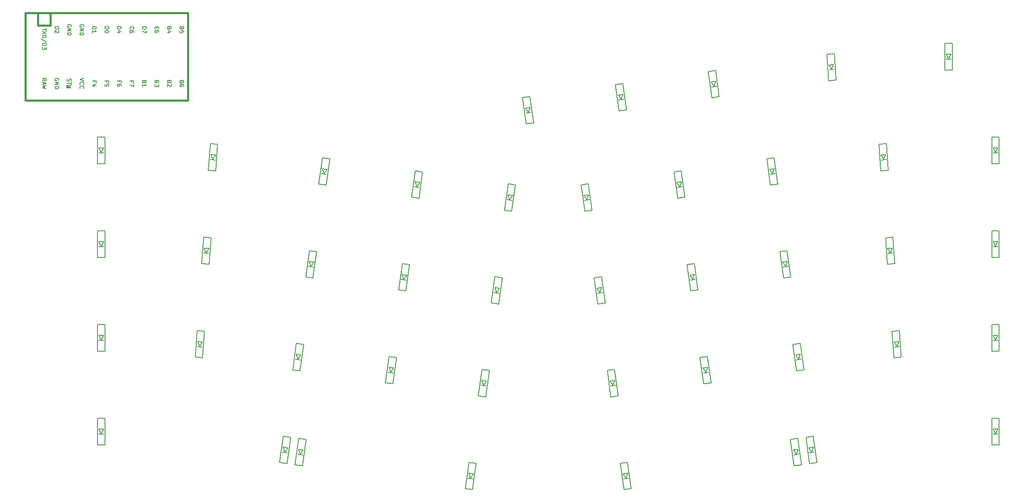
<source format=gbr>
G04 #@! TF.GenerationSoftware,KiCad,Pcbnew,(5.1.4)-1*
G04 #@! TF.CreationDate,2021-09-15T19:14:38-10:00*
G04 #@! TF.ProjectId,oya38split,6f796133-3873-4706-9c69-742e6b696361,rev?*
G04 #@! TF.SameCoordinates,Original*
G04 #@! TF.FileFunction,Legend,Top*
G04 #@! TF.FilePolarity,Positive*
%FSLAX46Y46*%
G04 Gerber Fmt 4.6, Leading zero omitted, Abs format (unit mm)*
G04 Created by KiCad (PCBNEW (5.1.4)-1) date 2021-09-15 19:14:38*
%MOMM*%
%LPD*%
G04 APERTURE LIST*
%ADD10C,0.381000*%
%ADD11C,0.150000*%
G04 APERTURE END LIST*
D10*
X52228750Y-31750000D02*
X52228750Y-29210000D01*
X49688750Y-46990000D02*
X49688750Y-29210000D01*
X49688750Y-29210000D02*
X82708750Y-29210000D01*
X82708750Y-29210000D02*
X82708750Y-46990000D01*
X82708750Y-46990000D02*
X49688750Y-46990000D01*
D11*
G36*
X58117780Y-43944635D02*
G01*
X58217780Y-43944635D01*
X58217780Y-44444635D01*
X58117780Y-44444635D01*
X58117780Y-43944635D01*
G37*
X58117780Y-43944635D02*
X58217780Y-43944635D01*
X58217780Y-44444635D01*
X58117780Y-44444635D01*
X58117780Y-43944635D01*
G36*
X58117780Y-43944635D02*
G01*
X58417780Y-43944635D01*
X58417780Y-44044635D01*
X58117780Y-44044635D01*
X58117780Y-43944635D01*
G37*
X58117780Y-43944635D02*
X58417780Y-43944635D01*
X58417780Y-44044635D01*
X58117780Y-44044635D01*
X58117780Y-43944635D01*
G36*
X58717780Y-43944635D02*
G01*
X58917780Y-43944635D01*
X58917780Y-44044635D01*
X58717780Y-44044635D01*
X58717780Y-43944635D01*
G37*
X58717780Y-43944635D02*
X58917780Y-43944635D01*
X58917780Y-44044635D01*
X58717780Y-44044635D01*
X58717780Y-43944635D01*
G36*
X58117780Y-44344635D02*
G01*
X58917780Y-44344635D01*
X58917780Y-44444635D01*
X58117780Y-44444635D01*
X58117780Y-44344635D01*
G37*
X58117780Y-44344635D02*
X58917780Y-44344635D01*
X58917780Y-44444635D01*
X58117780Y-44444635D01*
X58117780Y-44344635D01*
G36*
X58517780Y-44144635D02*
G01*
X58617780Y-44144635D01*
X58617780Y-44244635D01*
X58517780Y-44244635D01*
X58517780Y-44144635D01*
G37*
X58517780Y-44144635D02*
X58617780Y-44144635D01*
X58617780Y-44244635D01*
X58517780Y-44244635D01*
X58517780Y-44144635D01*
D10*
X52228750Y-31750000D02*
X54768750Y-31750000D01*
X54768750Y-31750000D02*
X54768750Y-29210000D01*
D11*
X238081250Y-40800000D02*
X238081250Y-35400000D01*
X236581250Y-35400000D02*
X236581250Y-40800000D01*
X236581250Y-40800000D02*
X238081250Y-40800000D01*
X236581250Y-35400000D02*
X238081250Y-35400000D01*
X236831250Y-37600000D02*
X237831250Y-37600000D01*
X237831250Y-37600000D02*
X237331250Y-38500000D01*
X237331250Y-38500000D02*
X236831250Y-37600000D01*
X236831250Y-38600000D02*
X237831250Y-38600000D01*
X213074181Y-40774852D02*
X214071745Y-40705096D01*
X213565988Y-40640218D02*
X213004425Y-39777288D01*
X214001989Y-39707532D02*
X213565988Y-40640218D01*
X213004425Y-39777288D02*
X214001989Y-39707532D01*
X212601569Y-37600086D02*
X214097916Y-37495452D01*
X212978254Y-42986932D02*
X214474601Y-42882298D01*
X212601569Y-37600086D02*
X212978254Y-42986932D01*
X214474601Y-42882298D02*
X214097916Y-37495452D01*
X190716572Y-46266533D02*
X189965038Y-40919085D01*
X188479636Y-41127845D02*
X189231170Y-46475293D01*
X189231170Y-46475293D02*
X190716572Y-46266533D01*
X188479636Y-41127845D02*
X189965038Y-40919085D01*
X189033383Y-43271642D02*
X190023651Y-43132468D01*
X190023651Y-43132468D02*
X189653773Y-44093296D01*
X189653773Y-44093296D02*
X189033383Y-43271642D01*
X189172557Y-44261910D02*
X190162825Y-44122736D01*
X171851965Y-48917781D02*
X171100431Y-43570333D01*
X169615029Y-43779093D02*
X170366563Y-49126541D01*
X170366563Y-49126541D02*
X171851965Y-48917781D01*
X169615029Y-43779093D02*
X171100431Y-43570333D01*
X170168776Y-45922890D02*
X171159044Y-45783716D01*
X171159044Y-45783716D02*
X170789166Y-46744544D01*
X170789166Y-46744544D02*
X170168776Y-45922890D01*
X170307950Y-46913158D02*
X171298218Y-46773984D01*
X152987358Y-51569028D02*
X152235824Y-46221580D01*
X150750422Y-46430340D02*
X151501956Y-51777788D01*
X151501956Y-51777788D02*
X152987358Y-51569028D01*
X150750422Y-46430340D02*
X152235824Y-46221580D01*
X151304169Y-48574137D02*
X152294437Y-48434963D01*
X152294437Y-48434963D02*
X151924559Y-49395791D01*
X151924559Y-49395791D02*
X151304169Y-48574137D01*
X151443343Y-49564405D02*
X152433611Y-49425231D01*
X247606250Y-117000000D02*
X247606250Y-111600000D01*
X246106250Y-111600000D02*
X246106250Y-117000000D01*
X246106250Y-117000000D02*
X247606250Y-117000000D01*
X246106250Y-111600000D02*
X247606250Y-111600000D01*
X246356250Y-113800000D02*
X247356250Y-113800000D01*
X247356250Y-113800000D02*
X246856250Y-114700000D01*
X246856250Y-114700000D02*
X246356250Y-113800000D01*
X246356250Y-114800000D02*
X247356250Y-114800000D01*
X210568444Y-120600943D02*
X209816910Y-115253495D01*
X208331508Y-115462255D02*
X209083042Y-120809703D01*
X209083042Y-120809703D02*
X210568444Y-120600943D01*
X208331508Y-115462255D02*
X209816910Y-115253495D01*
X208885255Y-117606052D02*
X209875523Y-117466878D01*
X209875523Y-117466878D02*
X209505645Y-118427706D01*
X209505645Y-118427706D02*
X208885255Y-117606052D01*
X209024429Y-118596320D02*
X210014697Y-118457146D01*
X207424342Y-121042818D02*
X206672808Y-115695370D01*
X205187406Y-115904130D02*
X205938940Y-121251578D01*
X205938940Y-121251578D02*
X207424342Y-121042818D01*
X205187406Y-115904130D02*
X206672808Y-115695370D01*
X205741153Y-118047927D02*
X206731421Y-117908753D01*
X206731421Y-117908753D02*
X206361543Y-118869581D01*
X206361543Y-118869581D02*
X205741153Y-118047927D01*
X205880327Y-119038195D02*
X206870595Y-118899021D01*
X172839229Y-125903439D02*
X172087695Y-120555991D01*
X170602293Y-120764751D02*
X171353827Y-126112199D01*
X171353827Y-126112199D02*
X172839229Y-125903439D01*
X170602293Y-120764751D02*
X172087695Y-120555991D01*
X171156040Y-122908548D02*
X172146308Y-122769374D01*
X172146308Y-122769374D02*
X171776430Y-123730202D01*
X171776430Y-123730202D02*
X171156040Y-122908548D01*
X171295214Y-123898816D02*
X172285482Y-123759642D01*
X140589923Y-126112199D02*
X141341457Y-120764751D01*
X139856055Y-120555991D02*
X139104521Y-125903439D01*
X139104521Y-125903439D02*
X140589923Y-126112199D01*
X139856055Y-120555991D02*
X141341457Y-120764751D01*
X139797442Y-122769374D02*
X140787710Y-122908548D01*
X140787710Y-122908548D02*
X140167320Y-123730202D01*
X140167320Y-123730202D02*
X139797442Y-122769374D01*
X139658268Y-123759642D02*
X140648536Y-123898816D01*
X106004810Y-121251578D02*
X106756344Y-115904130D01*
X105270942Y-115695370D02*
X104519408Y-121042818D01*
X104519408Y-121042818D02*
X106004810Y-121251578D01*
X105270942Y-115695370D02*
X106756344Y-115904130D01*
X105212329Y-117908753D02*
X106202597Y-118047927D01*
X106202597Y-118047927D02*
X105582207Y-118869581D01*
X105582207Y-118869581D02*
X105212329Y-117908753D01*
X105073155Y-118899021D02*
X106063423Y-119038195D01*
X102860708Y-120809703D02*
X103612242Y-115462255D01*
X102126840Y-115253495D02*
X101375306Y-120600943D01*
X101375306Y-120600943D02*
X102860708Y-120809703D01*
X102126840Y-115253495D02*
X103612242Y-115462255D01*
X102068227Y-117466878D02*
X103058495Y-117606052D01*
X103058495Y-117606052D02*
X102438105Y-118427706D01*
X102438105Y-118427706D02*
X102068227Y-117466878D01*
X101929053Y-118457146D02*
X102919321Y-118596320D01*
X65837500Y-117000000D02*
X65837500Y-111600000D01*
X64337500Y-111600000D02*
X64337500Y-117000000D01*
X64337500Y-117000000D02*
X65837500Y-117000000D01*
X64337500Y-111600000D02*
X65837500Y-111600000D01*
X64587500Y-113800000D02*
X65587500Y-113800000D01*
X65587500Y-113800000D02*
X65087500Y-114700000D01*
X65087500Y-114700000D02*
X64587500Y-113800000D01*
X64587500Y-114800000D02*
X65587500Y-114800000D01*
X247606250Y-97950000D02*
X247606250Y-92550000D01*
X246106250Y-92550000D02*
X246106250Y-97950000D01*
X246106250Y-97950000D02*
X247606250Y-97950000D01*
X246106250Y-92550000D02*
X247606250Y-92550000D01*
X246356250Y-94750000D02*
X247356250Y-94750000D01*
X247356250Y-94750000D02*
X246856250Y-95650000D01*
X246856250Y-95650000D02*
X246356250Y-94750000D01*
X246356250Y-95750000D02*
X247356250Y-95750000D01*
X227709712Y-99192143D02*
X227333027Y-93805297D01*
X225836680Y-93909931D02*
X226213365Y-99296777D01*
X226213365Y-99296777D02*
X227709712Y-99192143D01*
X225836680Y-93909931D02*
X227333027Y-93805297D01*
X226239536Y-96087133D02*
X227237100Y-96017377D01*
X227237100Y-96017377D02*
X226801099Y-96950063D01*
X226801099Y-96950063D02*
X226239536Y-96087133D01*
X226309292Y-97084697D02*
X227306856Y-97014941D01*
X207917196Y-101736337D02*
X207165662Y-96388889D01*
X205680260Y-96597649D02*
X206431794Y-101945097D01*
X206431794Y-101945097D02*
X207917196Y-101736337D01*
X205680260Y-96597649D02*
X207165662Y-96388889D01*
X206234007Y-98741446D02*
X207224275Y-98602272D01*
X207224275Y-98602272D02*
X206854397Y-99563100D01*
X206854397Y-99563100D02*
X206234007Y-98741446D01*
X206373181Y-99731714D02*
X207363449Y-99592540D01*
X189052589Y-104387584D02*
X188301055Y-99040136D01*
X186815653Y-99248896D02*
X187567187Y-104596344D01*
X187567187Y-104596344D02*
X189052589Y-104387584D01*
X186815653Y-99248896D02*
X188301055Y-99040136D01*
X187369400Y-101392693D02*
X188359668Y-101253519D01*
X188359668Y-101253519D02*
X187989790Y-102214347D01*
X187989790Y-102214347D02*
X187369400Y-101392693D01*
X187508574Y-102382961D02*
X188498842Y-102243787D01*
X170187983Y-107038831D02*
X169436449Y-101691383D01*
X167951047Y-101900143D02*
X168702581Y-107247591D01*
X168702581Y-107247591D02*
X170187983Y-107038831D01*
X167951047Y-101900143D02*
X169436449Y-101691383D01*
X168504794Y-104043940D02*
X169495062Y-103904766D01*
X169495062Y-103904766D02*
X169125184Y-104865594D01*
X169125184Y-104865594D02*
X168504794Y-104043940D01*
X168643968Y-105034208D02*
X169634236Y-104895034D01*
X142309514Y-104895034D02*
X143299782Y-105034208D01*
X142818566Y-104865594D02*
X142448688Y-103904766D01*
X143438956Y-104043940D02*
X142818566Y-104865594D01*
X142448688Y-103904766D02*
X143438956Y-104043940D01*
X142507301Y-101691383D02*
X143992703Y-101900143D01*
X141755767Y-107038831D02*
X143241169Y-107247591D01*
X142507301Y-101691383D02*
X141755767Y-107038831D01*
X143241169Y-107247591D02*
X143992703Y-101900143D01*
X123444908Y-102243787D02*
X124435176Y-102382961D01*
X123953960Y-102214347D02*
X123584082Y-101253519D01*
X124574350Y-101392693D02*
X123953960Y-102214347D01*
X123584082Y-101253519D02*
X124574350Y-101392693D01*
X123642695Y-99040136D02*
X125128097Y-99248896D01*
X122891161Y-104387584D02*
X124376563Y-104596344D01*
X123642695Y-99040136D02*
X122891161Y-104387584D01*
X124376563Y-104596344D02*
X125128097Y-99248896D01*
X105511956Y-101945097D02*
X106263490Y-96597649D01*
X104778088Y-96388889D02*
X104026554Y-101736337D01*
X104026554Y-101736337D02*
X105511956Y-101945097D01*
X104778088Y-96388889D02*
X106263490Y-96597649D01*
X104719475Y-98602272D02*
X105709743Y-98741446D01*
X105709743Y-98741446D02*
X105089353Y-99563100D01*
X105089353Y-99563100D02*
X104719475Y-98602272D01*
X104580301Y-99592540D02*
X105570569Y-99731714D01*
X85730385Y-99296777D02*
X86107070Y-93909931D01*
X84610723Y-93805297D02*
X84234038Y-99192143D01*
X84234038Y-99192143D02*
X85730385Y-99296777D01*
X84610723Y-93805297D02*
X86107070Y-93909931D01*
X84706650Y-96017377D02*
X85704214Y-96087133D01*
X85704214Y-96087133D02*
X85142651Y-96950063D01*
X85142651Y-96950063D02*
X84706650Y-96017377D01*
X84636894Y-97014941D02*
X85634458Y-97084697D01*
X65837500Y-97950000D02*
X65837500Y-92550000D01*
X64337500Y-92550000D02*
X64337500Y-97950000D01*
X64337500Y-97950000D02*
X65837500Y-97950000D01*
X64337500Y-92550000D02*
X65837500Y-92550000D01*
X64587500Y-94750000D02*
X65587500Y-94750000D01*
X65587500Y-94750000D02*
X65087500Y-95650000D01*
X65087500Y-95650000D02*
X64587500Y-94750000D01*
X64587500Y-95750000D02*
X65587500Y-95750000D01*
X247606250Y-78900000D02*
X247606250Y-73500000D01*
X246106250Y-73500000D02*
X246106250Y-78900000D01*
X246106250Y-78900000D02*
X247606250Y-78900000D01*
X246106250Y-73500000D02*
X247606250Y-73500000D01*
X246356250Y-75700000D02*
X247356250Y-75700000D01*
X247356250Y-75700000D02*
X246856250Y-76600000D01*
X246856250Y-76600000D02*
X246356250Y-75700000D01*
X246356250Y-76700000D02*
X247356250Y-76700000D01*
X226380851Y-80188548D02*
X226004166Y-74801702D01*
X224507819Y-74906336D02*
X224884504Y-80293182D01*
X224884504Y-80293182D02*
X226380851Y-80188548D01*
X224507819Y-74906336D02*
X226004166Y-74801702D01*
X224910675Y-77083538D02*
X225908239Y-77013782D01*
X225908239Y-77013782D02*
X225472238Y-77946468D01*
X225472238Y-77946468D02*
X224910675Y-77083538D01*
X224980431Y-78081102D02*
X225977995Y-78011346D01*
X205265948Y-82871730D02*
X204514414Y-77524282D01*
X203029012Y-77733042D02*
X203780546Y-83080490D01*
X203780546Y-83080490D02*
X205265948Y-82871730D01*
X203029012Y-77733042D02*
X204514414Y-77524282D01*
X203582759Y-79876839D02*
X204573027Y-79737665D01*
X204573027Y-79737665D02*
X204203149Y-80698493D01*
X204203149Y-80698493D02*
X203582759Y-79876839D01*
X203721933Y-80867107D02*
X204712201Y-80727933D01*
X186401341Y-85522977D02*
X185649807Y-80175529D01*
X184164405Y-80384289D02*
X184915939Y-85731737D01*
X184915939Y-85731737D02*
X186401341Y-85522977D01*
X184164405Y-80384289D02*
X185649807Y-80175529D01*
X184718152Y-82528086D02*
X185708420Y-82388912D01*
X185708420Y-82388912D02*
X185338542Y-83349740D01*
X185338542Y-83349740D02*
X184718152Y-82528086D01*
X184857326Y-83518354D02*
X185847594Y-83379180D01*
X167536735Y-88174224D02*
X166785201Y-82826776D01*
X165299799Y-83035536D02*
X166051333Y-88382984D01*
X166051333Y-88382984D02*
X167536735Y-88174224D01*
X165299799Y-83035536D02*
X166785201Y-82826776D01*
X165853546Y-85179333D02*
X166843814Y-85040159D01*
X166843814Y-85040159D02*
X166473936Y-86000987D01*
X166473936Y-86000987D02*
X165853546Y-85179333D01*
X165992720Y-86169601D02*
X166982988Y-86030427D01*
X145892417Y-88382984D02*
X146643951Y-83035536D01*
X145158549Y-82826776D02*
X144407015Y-88174224D01*
X144407015Y-88174224D02*
X145892417Y-88382984D01*
X145158549Y-82826776D02*
X146643951Y-83035536D01*
X145099936Y-85040159D02*
X146090204Y-85179333D01*
X146090204Y-85179333D02*
X145469814Y-86000987D01*
X145469814Y-86000987D02*
X145099936Y-85040159D01*
X144960762Y-86030427D02*
X145951030Y-86169601D01*
X127027811Y-85731737D02*
X127779345Y-80384289D01*
X126293943Y-80175529D02*
X125542409Y-85522977D01*
X125542409Y-85522977D02*
X127027811Y-85731737D01*
X126293943Y-80175529D02*
X127779345Y-80384289D01*
X126235330Y-82388912D02*
X127225598Y-82528086D01*
X127225598Y-82528086D02*
X126605208Y-83349740D01*
X126605208Y-83349740D02*
X126235330Y-82388912D01*
X126096156Y-83379180D02*
X127086424Y-83518354D01*
X108163204Y-83080490D02*
X108914738Y-77733042D01*
X107429336Y-77524282D02*
X106677802Y-82871730D01*
X106677802Y-82871730D02*
X108163204Y-83080490D01*
X107429336Y-77524282D02*
X108914738Y-77733042D01*
X107370723Y-79737665D02*
X108360991Y-79876839D01*
X108360991Y-79876839D02*
X107740601Y-80698493D01*
X107740601Y-80698493D02*
X107370723Y-79737665D01*
X107231549Y-80727933D02*
X108221817Y-80867107D01*
X87059246Y-80293182D02*
X87435931Y-74906336D01*
X85939584Y-74801702D02*
X85562899Y-80188548D01*
X85562899Y-80188548D02*
X87059246Y-80293182D01*
X85939584Y-74801702D02*
X87435931Y-74906336D01*
X86035511Y-77013782D02*
X87033075Y-77083538D01*
X87033075Y-77083538D02*
X86471512Y-77946468D01*
X86471512Y-77946468D02*
X86035511Y-77013782D01*
X85965755Y-78011346D02*
X86963319Y-78081102D01*
X65837500Y-78900000D02*
X65837500Y-73500000D01*
X64337500Y-73500000D02*
X64337500Y-78900000D01*
X64337500Y-78900000D02*
X65837500Y-78900000D01*
X64337500Y-73500000D02*
X65837500Y-73500000D01*
X64587500Y-75700000D02*
X65587500Y-75700000D01*
X65587500Y-75700000D02*
X65087500Y-76600000D01*
X65087500Y-76600000D02*
X64587500Y-75700000D01*
X64587500Y-76700000D02*
X65587500Y-76700000D01*
X247606250Y-59850000D02*
X247606250Y-54450000D01*
X246106250Y-54450000D02*
X246106250Y-59850000D01*
X246106250Y-59850000D02*
X247606250Y-59850000D01*
X246106250Y-54450000D02*
X247606250Y-54450000D01*
X246356250Y-56650000D02*
X247356250Y-56650000D01*
X247356250Y-56650000D02*
X246856250Y-57550000D01*
X246856250Y-57550000D02*
X246356250Y-56650000D01*
X246356250Y-57650000D02*
X247356250Y-57650000D01*
X225051991Y-61184953D02*
X224675306Y-55798107D01*
X223178959Y-55902741D02*
X223555644Y-61289587D01*
X223555644Y-61289587D02*
X225051991Y-61184953D01*
X223178959Y-55902741D02*
X224675306Y-55798107D01*
X223581815Y-58079943D02*
X224579379Y-58010187D01*
X224579379Y-58010187D02*
X224143378Y-58942873D01*
X224143378Y-58942873D02*
X223581815Y-58079943D01*
X223651571Y-59077507D02*
X224649135Y-59007751D01*
X202614700Y-64007122D02*
X201863166Y-58659674D01*
X200377764Y-58868434D02*
X201129298Y-64215882D01*
X201129298Y-64215882D02*
X202614700Y-64007122D01*
X200377764Y-58868434D02*
X201863166Y-58659674D01*
X200931511Y-61012231D02*
X201921779Y-60873057D01*
X201921779Y-60873057D02*
X201551901Y-61833885D01*
X201551901Y-61833885D02*
X200931511Y-61012231D01*
X201070685Y-62002499D02*
X202060953Y-61863325D01*
X183750094Y-66658370D02*
X182998560Y-61310922D01*
X181513158Y-61519682D02*
X182264692Y-66867130D01*
X182264692Y-66867130D02*
X183750094Y-66658370D01*
X181513158Y-61519682D02*
X182998560Y-61310922D01*
X182066905Y-63663479D02*
X183057173Y-63524305D01*
X183057173Y-63524305D02*
X182687295Y-64485133D01*
X182687295Y-64485133D02*
X182066905Y-63663479D01*
X182206079Y-64653747D02*
X183196347Y-64514573D01*
X164885487Y-69309618D02*
X164133953Y-63962170D01*
X162648551Y-64170930D02*
X163400085Y-69518378D01*
X163400085Y-69518378D02*
X164885487Y-69309618D01*
X162648551Y-64170930D02*
X164133953Y-63962170D01*
X163202298Y-66314727D02*
X164192566Y-66175553D01*
X164192566Y-66175553D02*
X163822688Y-67136381D01*
X163822688Y-67136381D02*
X163202298Y-66314727D01*
X163341472Y-67304995D02*
X164331740Y-67165821D01*
X148543665Y-69518378D02*
X149295199Y-64170930D01*
X147809797Y-63962170D02*
X147058263Y-69309618D01*
X147058263Y-69309618D02*
X148543665Y-69518378D01*
X147809797Y-63962170D02*
X149295199Y-64170930D01*
X147751184Y-66175553D02*
X148741452Y-66314727D01*
X148741452Y-66314727D02*
X148121062Y-67136381D01*
X148121062Y-67136381D02*
X147751184Y-66175553D01*
X147612010Y-67165821D02*
X148602278Y-67304995D01*
X129679058Y-66867130D02*
X130430592Y-61519682D01*
X128945190Y-61310922D02*
X128193656Y-66658370D01*
X128193656Y-66658370D02*
X129679058Y-66867130D01*
X128945190Y-61310922D02*
X130430592Y-61519682D01*
X128886577Y-63524305D02*
X129876845Y-63663479D01*
X129876845Y-63663479D02*
X129256455Y-64485133D01*
X129256455Y-64485133D02*
X128886577Y-63524305D01*
X128747403Y-64514573D02*
X129737671Y-64653747D01*
X110814452Y-64215882D02*
X111565986Y-58868434D01*
X110080584Y-58659674D02*
X109329050Y-64007122D01*
X109329050Y-64007122D02*
X110814452Y-64215882D01*
X110080584Y-58659674D02*
X111565986Y-58868434D01*
X110021971Y-60873057D02*
X111012239Y-61012231D01*
X111012239Y-61012231D02*
X110391849Y-61833885D01*
X110391849Y-61833885D02*
X110021971Y-60873057D01*
X109882797Y-61863325D02*
X110873065Y-62002499D01*
X87294615Y-59007751D02*
X88292179Y-59077507D01*
X87800372Y-58942873D02*
X87364371Y-58010187D01*
X88361935Y-58079943D02*
X87800372Y-58942873D01*
X87364371Y-58010187D02*
X88361935Y-58079943D01*
X87268444Y-55798107D02*
X88764791Y-55902741D01*
X86891759Y-61184953D02*
X88388106Y-61289587D01*
X87268444Y-55798107D02*
X86891759Y-61184953D01*
X88388106Y-61289587D02*
X88764791Y-55902741D01*
X64587500Y-57650000D02*
X65587500Y-57650000D01*
X65087500Y-57550000D02*
X64587500Y-56650000D01*
X65587500Y-56650000D02*
X65087500Y-57550000D01*
X64587500Y-56650000D02*
X65587500Y-56650000D01*
X64337500Y-54450000D02*
X65837500Y-54450000D01*
X64337500Y-59850000D02*
X65837500Y-59850000D01*
X64337500Y-54450000D02*
X64337500Y-59850000D01*
X65837500Y-59850000D02*
X65837500Y-54450000D01*
X58234940Y-42606666D02*
X58196845Y-42720952D01*
X58196845Y-42911428D01*
X58234940Y-42987619D01*
X58273035Y-43025714D01*
X58349226Y-43063809D01*
X58425416Y-43063809D01*
X58501607Y-43025714D01*
X58539702Y-42987619D01*
X58577797Y-42911428D01*
X58615892Y-42759047D01*
X58653988Y-42682857D01*
X58692083Y-42644761D01*
X58768273Y-42606666D01*
X58844464Y-42606666D01*
X58920654Y-42644761D01*
X58958750Y-42682857D01*
X58996845Y-42759047D01*
X58996845Y-42949523D01*
X58958750Y-43063809D01*
X58996845Y-43292380D02*
X58996845Y-43749523D01*
X58196845Y-43520952D02*
X58996845Y-43520952D01*
X53936845Y-32337651D02*
X53936845Y-32794794D01*
X53136845Y-32566223D02*
X53936845Y-32566223D01*
X53936845Y-32985270D02*
X53136845Y-33518604D01*
X53936845Y-33518604D02*
X53136845Y-32985270D01*
X53936845Y-33975747D02*
X53936845Y-34051937D01*
X53898750Y-34128128D01*
X53860654Y-34166223D01*
X53784464Y-34204318D01*
X53632083Y-34242413D01*
X53441607Y-34242413D01*
X53289226Y-34204318D01*
X53213035Y-34166223D01*
X53174940Y-34128128D01*
X53136845Y-34051937D01*
X53136845Y-33975747D01*
X53174940Y-33899556D01*
X53213035Y-33861461D01*
X53289226Y-33823366D01*
X53441607Y-33785270D01*
X53632083Y-33785270D01*
X53784464Y-33823366D01*
X53860654Y-33861461D01*
X53898750Y-33899556D01*
X53936845Y-33975747D01*
X53974940Y-35156699D02*
X52946369Y-34470985D01*
X53136845Y-35423366D02*
X53936845Y-35423366D01*
X53936845Y-35613842D01*
X53898750Y-35728128D01*
X53822559Y-35804318D01*
X53746369Y-35842413D01*
X53593988Y-35880508D01*
X53479702Y-35880508D01*
X53327321Y-35842413D01*
X53251130Y-35804318D01*
X53174940Y-35728128D01*
X53136845Y-35613842D01*
X53136845Y-35423366D01*
X53936845Y-36147175D02*
X53936845Y-36642413D01*
X53632083Y-36375747D01*
X53632083Y-36490032D01*
X53593988Y-36566223D01*
X53555892Y-36604318D01*
X53479702Y-36642413D01*
X53289226Y-36642413D01*
X53213035Y-36604318D01*
X53174940Y-36566223D01*
X53136845Y-36490032D01*
X53136845Y-36261461D01*
X53174940Y-36185270D01*
X53213035Y-36147175D01*
X78955892Y-43237190D02*
X78917797Y-43351476D01*
X78879702Y-43389571D01*
X78803511Y-43427666D01*
X78689226Y-43427666D01*
X78613035Y-43389571D01*
X78574940Y-43351476D01*
X78536845Y-43275285D01*
X78536845Y-42970523D01*
X79336845Y-42970523D01*
X79336845Y-43237190D01*
X79298750Y-43313380D01*
X79260654Y-43351476D01*
X79184464Y-43389571D01*
X79108273Y-43389571D01*
X79032083Y-43351476D01*
X78993988Y-43313380D01*
X78955892Y-43237190D01*
X78955892Y-42970523D01*
X79260654Y-43732428D02*
X79298750Y-43770523D01*
X79336845Y-43846714D01*
X79336845Y-44037190D01*
X79298750Y-44113380D01*
X79260654Y-44151476D01*
X79184464Y-44189571D01*
X79108273Y-44189571D01*
X78993988Y-44151476D01*
X78536845Y-43694333D01*
X78536845Y-44189571D01*
X71335892Y-43294333D02*
X71335892Y-43027666D01*
X70916845Y-43027666D02*
X71716845Y-43027666D01*
X71716845Y-43408619D01*
X71716845Y-43637190D02*
X71716845Y-44170523D01*
X70916845Y-43827666D01*
X68795892Y-43294333D02*
X68795892Y-43027666D01*
X68376845Y-43027666D02*
X69176845Y-43027666D01*
X69176845Y-43408619D01*
X69176845Y-44056238D02*
X69176845Y-43903857D01*
X69138750Y-43827666D01*
X69100654Y-43789571D01*
X68986369Y-43713380D01*
X68833988Y-43675285D01*
X68529226Y-43675285D01*
X68453035Y-43713380D01*
X68414940Y-43751476D01*
X68376845Y-43827666D01*
X68376845Y-43980047D01*
X68414940Y-44056238D01*
X68453035Y-44094333D01*
X68529226Y-44132428D01*
X68719702Y-44132428D01*
X68795892Y-44094333D01*
X68833988Y-44056238D01*
X68872083Y-43980047D01*
X68872083Y-43827666D01*
X68833988Y-43751476D01*
X68795892Y-43713380D01*
X68719702Y-43675285D01*
X66255892Y-43294333D02*
X66255892Y-43027666D01*
X65836845Y-43027666D02*
X66636845Y-43027666D01*
X66636845Y-43408619D01*
X66636845Y-44094333D02*
X66636845Y-43713380D01*
X66255892Y-43675285D01*
X66293988Y-43713380D01*
X66332083Y-43789571D01*
X66332083Y-43980047D01*
X66293988Y-44056238D01*
X66255892Y-44094333D01*
X66179702Y-44132428D01*
X65989226Y-44132428D01*
X65913035Y-44094333D01*
X65874940Y-44056238D01*
X65836845Y-43980047D01*
X65836845Y-43789571D01*
X65874940Y-43713380D01*
X65913035Y-43675285D01*
X53136845Y-43008619D02*
X53517797Y-42741952D01*
X53136845Y-42551476D02*
X53936845Y-42551476D01*
X53936845Y-42856238D01*
X53898750Y-42932428D01*
X53860654Y-42970523D01*
X53784464Y-43008619D01*
X53670178Y-43008619D01*
X53593988Y-42970523D01*
X53555892Y-42932428D01*
X53517797Y-42856238D01*
X53517797Y-42551476D01*
X53365416Y-43313380D02*
X53365416Y-43694333D01*
X53136845Y-43237190D02*
X53936845Y-43503857D01*
X53136845Y-43770523D01*
X53936845Y-43961000D02*
X53136845Y-44151476D01*
X53708273Y-44303857D01*
X53136845Y-44456238D01*
X53936845Y-44646714D01*
X56438750Y-42951476D02*
X56476845Y-42875285D01*
X56476845Y-42761000D01*
X56438750Y-42646714D01*
X56362559Y-42570523D01*
X56286369Y-42532428D01*
X56133988Y-42494333D01*
X56019702Y-42494333D01*
X55867321Y-42532428D01*
X55791130Y-42570523D01*
X55714940Y-42646714D01*
X55676845Y-42761000D01*
X55676845Y-42837190D01*
X55714940Y-42951476D01*
X55753035Y-42989571D01*
X56019702Y-42989571D01*
X56019702Y-42837190D01*
X55676845Y-43332428D02*
X56476845Y-43332428D01*
X55676845Y-43789571D01*
X56476845Y-43789571D01*
X55676845Y-44170523D02*
X56476845Y-44170523D01*
X56476845Y-44361000D01*
X56438750Y-44475285D01*
X56362559Y-44551476D01*
X56286369Y-44589571D01*
X56133988Y-44627666D01*
X56019702Y-44627666D01*
X55867321Y-44589571D01*
X55791130Y-44551476D01*
X55714940Y-44475285D01*
X55676845Y-44361000D01*
X55676845Y-44170523D01*
X61556845Y-42494333D02*
X60756845Y-42761000D01*
X61556845Y-43027666D01*
X60833035Y-43751476D02*
X60794940Y-43713380D01*
X60756845Y-43599095D01*
X60756845Y-43522904D01*
X60794940Y-43408619D01*
X60871130Y-43332428D01*
X60947321Y-43294333D01*
X61099702Y-43256238D01*
X61213988Y-43256238D01*
X61366369Y-43294333D01*
X61442559Y-43332428D01*
X61518750Y-43408619D01*
X61556845Y-43522904D01*
X61556845Y-43599095D01*
X61518750Y-43713380D01*
X61480654Y-43751476D01*
X60833035Y-44551476D02*
X60794940Y-44513380D01*
X60756845Y-44399095D01*
X60756845Y-44322904D01*
X60794940Y-44208619D01*
X60871130Y-44132428D01*
X60947321Y-44094333D01*
X61099702Y-44056238D01*
X61213988Y-44056238D01*
X61366369Y-44094333D01*
X61442559Y-44132428D01*
X61518750Y-44208619D01*
X61556845Y-44322904D01*
X61556845Y-44399095D01*
X61518750Y-44513380D01*
X61480654Y-44551476D01*
X63715892Y-43294333D02*
X63715892Y-43027666D01*
X63296845Y-43027666D02*
X64096845Y-43027666D01*
X64096845Y-43408619D01*
X63830178Y-44056238D02*
X63296845Y-44056238D01*
X64134940Y-43865761D02*
X63563511Y-43675285D01*
X63563511Y-44170523D01*
X73875892Y-43237190D02*
X73837797Y-43351476D01*
X73799702Y-43389571D01*
X73723511Y-43427666D01*
X73609226Y-43427666D01*
X73533035Y-43389571D01*
X73494940Y-43351476D01*
X73456845Y-43275285D01*
X73456845Y-42970523D01*
X74256845Y-42970523D01*
X74256845Y-43237190D01*
X74218750Y-43313380D01*
X74180654Y-43351476D01*
X74104464Y-43389571D01*
X74028273Y-43389571D01*
X73952083Y-43351476D01*
X73913988Y-43313380D01*
X73875892Y-43237190D01*
X73875892Y-42970523D01*
X73456845Y-44189571D02*
X73456845Y-43732428D01*
X73456845Y-43961000D02*
X74256845Y-43961000D01*
X74142559Y-43884809D01*
X74066369Y-43808619D01*
X74028273Y-43732428D01*
X76415892Y-43237190D02*
X76377797Y-43351476D01*
X76339702Y-43389571D01*
X76263511Y-43427666D01*
X76149226Y-43427666D01*
X76073035Y-43389571D01*
X76034940Y-43351476D01*
X75996845Y-43275285D01*
X75996845Y-42970523D01*
X76796845Y-42970523D01*
X76796845Y-43237190D01*
X76758750Y-43313380D01*
X76720654Y-43351476D01*
X76644464Y-43389571D01*
X76568273Y-43389571D01*
X76492083Y-43351476D01*
X76453988Y-43313380D01*
X76415892Y-43237190D01*
X76415892Y-42970523D01*
X76796845Y-43694333D02*
X76796845Y-44189571D01*
X76492083Y-43922904D01*
X76492083Y-44037190D01*
X76453988Y-44113380D01*
X76415892Y-44151476D01*
X76339702Y-44189571D01*
X76149226Y-44189571D01*
X76073035Y-44151476D01*
X76034940Y-44113380D01*
X75996845Y-44037190D01*
X75996845Y-43808619D01*
X76034940Y-43732428D01*
X76073035Y-43694333D01*
X81495892Y-43237190D02*
X81457797Y-43351476D01*
X81419702Y-43389571D01*
X81343511Y-43427666D01*
X81229226Y-43427666D01*
X81153035Y-43389571D01*
X81114940Y-43351476D01*
X81076845Y-43275285D01*
X81076845Y-42970523D01*
X81876845Y-42970523D01*
X81876845Y-43237190D01*
X81838750Y-43313380D01*
X81800654Y-43351476D01*
X81724464Y-43389571D01*
X81648273Y-43389571D01*
X81572083Y-43351476D01*
X81533988Y-43313380D01*
X81495892Y-43237190D01*
X81495892Y-42970523D01*
X81876845Y-44113380D02*
X81876845Y-43961000D01*
X81838750Y-43884809D01*
X81800654Y-43846714D01*
X81686369Y-43770523D01*
X81533988Y-43732428D01*
X81229226Y-43732428D01*
X81153035Y-43770523D01*
X81114940Y-43808619D01*
X81076845Y-43884809D01*
X81076845Y-44037190D01*
X81114940Y-44113380D01*
X81153035Y-44151476D01*
X81229226Y-44189571D01*
X81419702Y-44189571D01*
X81495892Y-44151476D01*
X81533988Y-44113380D01*
X81572083Y-44037190D01*
X81572083Y-43884809D01*
X81533988Y-43808619D01*
X81495892Y-43770523D01*
X81419702Y-43732428D01*
X81495892Y-32315190D02*
X81457797Y-32429476D01*
X81419702Y-32467571D01*
X81343511Y-32505666D01*
X81229226Y-32505666D01*
X81153035Y-32467571D01*
X81114940Y-32429476D01*
X81076845Y-32353285D01*
X81076845Y-32048523D01*
X81876845Y-32048523D01*
X81876845Y-32315190D01*
X81838750Y-32391380D01*
X81800654Y-32429476D01*
X81724464Y-32467571D01*
X81648273Y-32467571D01*
X81572083Y-32429476D01*
X81533988Y-32391380D01*
X81495892Y-32315190D01*
X81495892Y-32048523D01*
X81876845Y-33229476D02*
X81876845Y-32848523D01*
X81495892Y-32810428D01*
X81533988Y-32848523D01*
X81572083Y-32924714D01*
X81572083Y-33115190D01*
X81533988Y-33191380D01*
X81495892Y-33229476D01*
X81419702Y-33267571D01*
X81229226Y-33267571D01*
X81153035Y-33229476D01*
X81114940Y-33191380D01*
X81076845Y-33115190D01*
X81076845Y-32924714D01*
X81114940Y-32848523D01*
X81153035Y-32810428D01*
X78955892Y-32315190D02*
X78917797Y-32429476D01*
X78879702Y-32467571D01*
X78803511Y-32505666D01*
X78689226Y-32505666D01*
X78613035Y-32467571D01*
X78574940Y-32429476D01*
X78536845Y-32353285D01*
X78536845Y-32048523D01*
X79336845Y-32048523D01*
X79336845Y-32315190D01*
X79298750Y-32391380D01*
X79260654Y-32429476D01*
X79184464Y-32467571D01*
X79108273Y-32467571D01*
X79032083Y-32429476D01*
X78993988Y-32391380D01*
X78955892Y-32315190D01*
X78955892Y-32048523D01*
X79070178Y-33191380D02*
X78536845Y-33191380D01*
X79374940Y-33000904D02*
X78803511Y-32810428D01*
X78803511Y-33305666D01*
X76415892Y-32086619D02*
X76415892Y-32353285D01*
X75996845Y-32467571D02*
X75996845Y-32086619D01*
X76796845Y-32086619D01*
X76796845Y-32467571D01*
X76796845Y-33153285D02*
X76796845Y-33000904D01*
X76758750Y-32924714D01*
X76720654Y-32886619D01*
X76606369Y-32810428D01*
X76453988Y-32772333D01*
X76149226Y-32772333D01*
X76073035Y-32810428D01*
X76034940Y-32848523D01*
X75996845Y-32924714D01*
X75996845Y-33077095D01*
X76034940Y-33153285D01*
X76073035Y-33191380D01*
X76149226Y-33229476D01*
X76339702Y-33229476D01*
X76415892Y-33191380D01*
X76453988Y-33153285D01*
X76492083Y-33077095D01*
X76492083Y-32924714D01*
X76453988Y-32848523D01*
X76415892Y-32810428D01*
X76339702Y-32772333D01*
X73456845Y-32048523D02*
X74256845Y-32048523D01*
X74256845Y-32239000D01*
X74218750Y-32353285D01*
X74142559Y-32429476D01*
X74066369Y-32467571D01*
X73913988Y-32505666D01*
X73799702Y-32505666D01*
X73647321Y-32467571D01*
X73571130Y-32429476D01*
X73494940Y-32353285D01*
X73456845Y-32239000D01*
X73456845Y-32048523D01*
X74256845Y-32772333D02*
X74256845Y-33305666D01*
X73456845Y-32962809D01*
X70993035Y-32505666D02*
X70954940Y-32467571D01*
X70916845Y-32353285D01*
X70916845Y-32277095D01*
X70954940Y-32162809D01*
X71031130Y-32086619D01*
X71107321Y-32048523D01*
X71259702Y-32010428D01*
X71373988Y-32010428D01*
X71526369Y-32048523D01*
X71602559Y-32086619D01*
X71678750Y-32162809D01*
X71716845Y-32277095D01*
X71716845Y-32353285D01*
X71678750Y-32467571D01*
X71640654Y-32505666D01*
X71716845Y-33191380D02*
X71716845Y-33039000D01*
X71678750Y-32962809D01*
X71640654Y-32924714D01*
X71526369Y-32848523D01*
X71373988Y-32810428D01*
X71069226Y-32810428D01*
X70993035Y-32848523D01*
X70954940Y-32886619D01*
X70916845Y-32962809D01*
X70916845Y-33115190D01*
X70954940Y-33191380D01*
X70993035Y-33229476D01*
X71069226Y-33267571D01*
X71259702Y-33267571D01*
X71335892Y-33229476D01*
X71373988Y-33191380D01*
X71412083Y-33115190D01*
X71412083Y-32962809D01*
X71373988Y-32886619D01*
X71335892Y-32848523D01*
X71259702Y-32810428D01*
X68376845Y-32048523D02*
X69176845Y-32048523D01*
X69176845Y-32239000D01*
X69138750Y-32353285D01*
X69062559Y-32429476D01*
X68986369Y-32467571D01*
X68833988Y-32505666D01*
X68719702Y-32505666D01*
X68567321Y-32467571D01*
X68491130Y-32429476D01*
X68414940Y-32353285D01*
X68376845Y-32239000D01*
X68376845Y-32048523D01*
X68910178Y-33191380D02*
X68376845Y-33191380D01*
X69214940Y-33000904D02*
X68643511Y-32810428D01*
X68643511Y-33305666D01*
X58978750Y-32029476D02*
X59016845Y-31953285D01*
X59016845Y-31839000D01*
X58978750Y-31724714D01*
X58902559Y-31648523D01*
X58826369Y-31610428D01*
X58673988Y-31572333D01*
X58559702Y-31572333D01*
X58407321Y-31610428D01*
X58331130Y-31648523D01*
X58254940Y-31724714D01*
X58216845Y-31839000D01*
X58216845Y-31915190D01*
X58254940Y-32029476D01*
X58293035Y-32067571D01*
X58559702Y-32067571D01*
X58559702Y-31915190D01*
X58216845Y-32410428D02*
X59016845Y-32410428D01*
X58216845Y-32867571D01*
X59016845Y-32867571D01*
X58216845Y-33248523D02*
X59016845Y-33248523D01*
X59016845Y-33439000D01*
X58978750Y-33553285D01*
X58902559Y-33629476D01*
X58826369Y-33667571D01*
X58673988Y-33705666D01*
X58559702Y-33705666D01*
X58407321Y-33667571D01*
X58331130Y-33629476D01*
X58254940Y-33553285D01*
X58216845Y-33439000D01*
X58216845Y-33248523D01*
X61518750Y-32029476D02*
X61556845Y-31953285D01*
X61556845Y-31839000D01*
X61518750Y-31724714D01*
X61442559Y-31648523D01*
X61366369Y-31610428D01*
X61213988Y-31572333D01*
X61099702Y-31572333D01*
X60947321Y-31610428D01*
X60871130Y-31648523D01*
X60794940Y-31724714D01*
X60756845Y-31839000D01*
X60756845Y-31915190D01*
X60794940Y-32029476D01*
X60833035Y-32067571D01*
X61099702Y-32067571D01*
X61099702Y-31915190D01*
X60756845Y-32410428D02*
X61556845Y-32410428D01*
X60756845Y-32867571D01*
X61556845Y-32867571D01*
X60756845Y-33248523D02*
X61556845Y-33248523D01*
X61556845Y-33439000D01*
X61518750Y-33553285D01*
X61442559Y-33629476D01*
X61366369Y-33667571D01*
X61213988Y-33705666D01*
X61099702Y-33705666D01*
X60947321Y-33667571D01*
X60871130Y-33629476D01*
X60794940Y-33553285D01*
X60756845Y-33439000D01*
X60756845Y-33248523D01*
X63296845Y-32048523D02*
X64096845Y-32048523D01*
X64096845Y-32239000D01*
X64058750Y-32353285D01*
X63982559Y-32429476D01*
X63906369Y-32467571D01*
X63753988Y-32505666D01*
X63639702Y-32505666D01*
X63487321Y-32467571D01*
X63411130Y-32429476D01*
X63334940Y-32353285D01*
X63296845Y-32239000D01*
X63296845Y-32048523D01*
X63296845Y-33267571D02*
X63296845Y-32810428D01*
X63296845Y-33039000D02*
X64096845Y-33039000D01*
X63982559Y-32962809D01*
X63906369Y-32886619D01*
X63868273Y-32810428D01*
X65836845Y-32048523D02*
X66636845Y-32048523D01*
X66636845Y-32239000D01*
X66598750Y-32353285D01*
X66522559Y-32429476D01*
X66446369Y-32467571D01*
X66293988Y-32505666D01*
X66179702Y-32505666D01*
X66027321Y-32467571D01*
X65951130Y-32429476D01*
X65874940Y-32353285D01*
X65836845Y-32239000D01*
X65836845Y-32048523D01*
X66636845Y-33000904D02*
X66636845Y-33077095D01*
X66598750Y-33153285D01*
X66560654Y-33191380D01*
X66484464Y-33229476D01*
X66332083Y-33267571D01*
X66141607Y-33267571D01*
X65989226Y-33229476D01*
X65913035Y-33191380D01*
X65874940Y-33153285D01*
X65836845Y-33077095D01*
X65836845Y-33000904D01*
X65874940Y-32924714D01*
X65913035Y-32886619D01*
X65989226Y-32848523D01*
X66141607Y-32810428D01*
X66332083Y-32810428D01*
X66484464Y-32848523D01*
X66560654Y-32886619D01*
X66598750Y-32924714D01*
X66636845Y-33000904D01*
X55676845Y-32048523D02*
X56476845Y-32048523D01*
X56476845Y-32239000D01*
X56438750Y-32353285D01*
X56362559Y-32429476D01*
X56286369Y-32467571D01*
X56133988Y-32505666D01*
X56019702Y-32505666D01*
X55867321Y-32467571D01*
X55791130Y-32429476D01*
X55714940Y-32353285D01*
X55676845Y-32239000D01*
X55676845Y-32048523D01*
X56400654Y-32810428D02*
X56438750Y-32848523D01*
X56476845Y-32924714D01*
X56476845Y-33115190D01*
X56438750Y-33191380D01*
X56400654Y-33229476D01*
X56324464Y-33267571D01*
X56248273Y-33267571D01*
X56133988Y-33229476D01*
X55676845Y-32772333D01*
X55676845Y-33267571D01*
M02*

</source>
